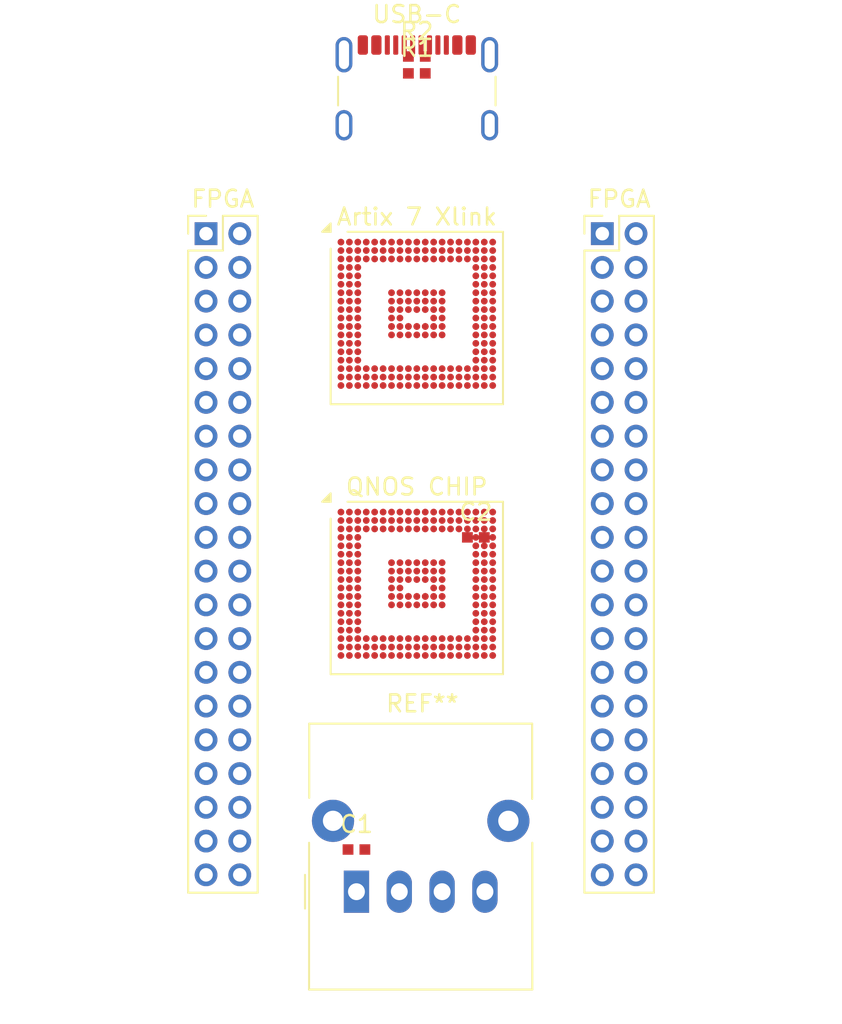
<source format=kicad_pcb>
(kicad_pcb (version 20240108) (generator "pcbnew") (generator_version "8.0")
  (layers (0 "F.Cu" signal) (31 "B.Cu" signal) (34 "B.Paste" user) (35 "F.Paste" user) (36 "B.SilkS" user "B.Silkscreen") (37 "F.SilkS" user "F.Silkscreen") (38 "B.Mask" user) (39 "F.Mask" user) (44 "Edge.Cuts" user))
  (net 0 "")
  (net 1 "GND")
  (net 2 "Vcc")
  (net 3 "Fiber_Out")
  (net 4 "USB_D+")
  (net 5 "USB_D-")
  (net 6 "chip_D+")
  (net 7 "chip_D-")
  (footprint "Capacitor_SMD:C_0402_1005Metric" (layer "F.Cu") (at 112.42 138)
    (property "Reference" "C1")
    (property "Value" "0.1uF")
  )
  (footprint "Resistor_SMD:R_0402_1005Metric" (layer "F.Cu") (at 116 92)
    (property "Reference" "R1")
    (property "Value" "22")
  )
  (footprint "Resistor_SMD:R_0402_1005Metric" (layer "F.Cu") (at 116 91)
    (property "Reference" "R2")
    (property "Value" "22")
  )
  (footprint "Capacitor_SMD:C_0402_1005Metric" (layer "F.Cu") (at 119.5 119.5)
    (property "Reference" "C2")
    (property "Value" "0.1uF")
  )
  (footprint "Xilinx_CPG236" (layer "F.Cu") (at 116 122.5)
    (property "Reference" "QNOS CHIP")
    (property "Value" "QNOS CHIP")
  )
  (footprint "Xilinx_CPG236" (layer "F.Cu") (at 116 106.5)
    (property "Reference" "Artix 7 Xlink")
    (property "Value" "Xilinx_CPG236")
  )
  (footprint "Connector_PinHeader_2.00mm:PinHeader_2x20_P2.00mm_Vertical" (layer "F.Cu") (at 127 101.5)
    (property "Reference" "FPGA")
    (property "Value" "PinHeader_2x20_P2.00mm_Vertical")
  )
  (footprint "OptoDevice:Toshiba_TORX170_TORX173_TORX193_TORX194" (layer "F.Cu") (at 112.42 140.5)
    (property "Reference" "REF**")
    (property "Value" "Toshiba_TORX170_TORX173_TORX193_TORX194")
  )
  (footprint "Connector_USB:USB_C_Receptacle_GCT_USB4105-xx-A_16P_TopMnt_Horizontal" (layer "F.Cu") (at 116 94)
    (property "Reference" "USB-C")
    (property "Value" "USB_C_Receptacle_GCT_USB4105-xx-A_16P_TopMnt_Horizontal")
  )
  (footprint "Connector_PinHeader_2.00mm:PinHeader_2x20_P2.00mm_Vertical" (layer "F.Cu") (at 103.5 101.5)
    (property "Reference" "FPGA")
    (property "Value" "PinHeader_2x20_P2.00mm_Vertical")
  )
)
</source>
